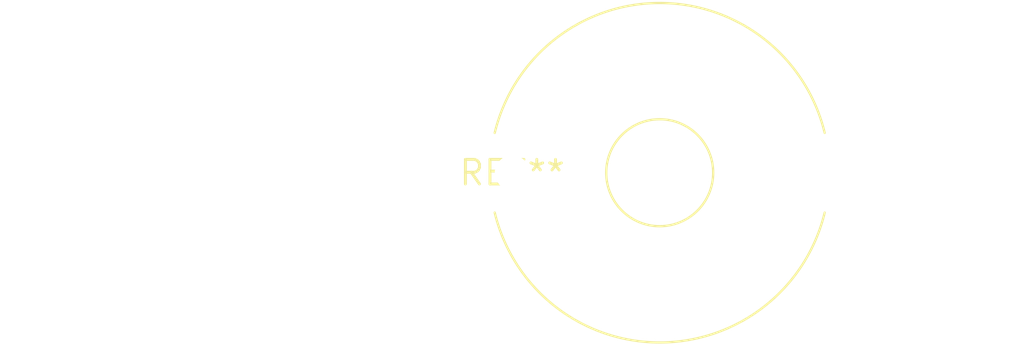
<source format=kicad_pcb>
(kicad_pcb (version 20240108) (generator pcbnew)
  (layers (0 "F.Cu" signal) (31 "B.Cu" signal) (34 "B.Paste" user) (35 "F.Paste" user) (36 "B.SilkS" user "B.Silkscreen") (37 "F.SilkS" user "F.Silkscreen") (38 "B.Mask" user) (39 "F.Mask" user) (44 "Edge.Cuts" user))
  (net 0 "")
  (footprint "L_Toroid_Horizontal_D17.3mm_P15.24mm_Bourns_2000" (layer "F.Cu") (at 0 0)
    (property "Reference" "REF**")
    (property "Value" "L_Toroid_Horizontal_D17.3mm_P15.24mm_Bourns_2000")
    (fp_arc (start -0.904629 -2.06) (mid 7.62 -8.77) (end 16.144629 -2.06) (layer "F.SilkS") (stroke (width 0.12)))
    (fp_arc (start 16.144629 2.06) (mid 7.62 8.77) (end -0.904629 2.06) (layer "F.SilkS") (stroke (width 0.12)))
    (fp_circle (center 7.62 0) (end 10.383333 0) (layer "F.SilkS") (stroke (width 0.12)) (fill none))
    (pad "1" thru_hole circle (at 0 0) (size 3.6 3.6) (drill 1.8) (layers *.Cu *.Mask) (remove_unused_layers))
    (pad "2" thru_hole circle (at 15.24 0) (size 3.6 3.6) (drill 1.8) (layers *.Cu *.Mask) (remove_unused_layers))
  )
)
</source>
